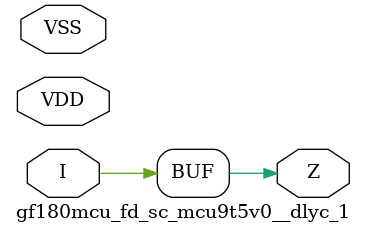
<source format=v>

module gf180mcu_fd_sc_mcu9t5v0__dlyc_1( I, Z, VDD, VSS );
input I;
inout VDD, VSS;
output Z;

	buf MGM_BG_0( Z, I );

endmodule

</source>
